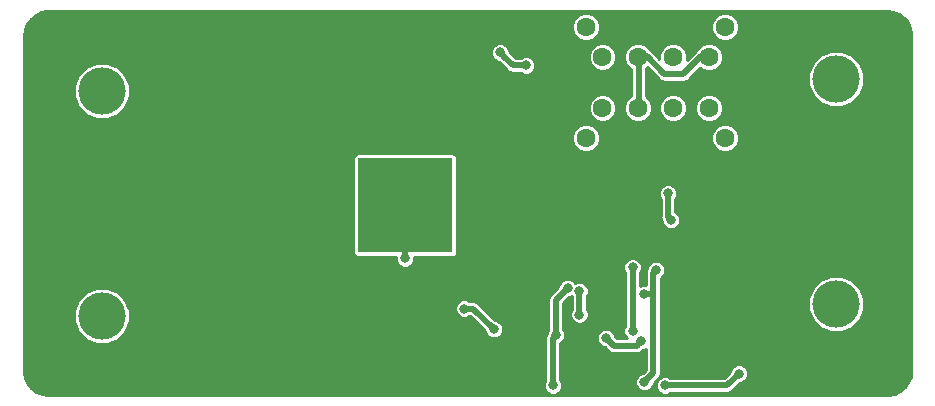
<source format=gbl>
G04 #@! TF.GenerationSoftware,KiCad,Pcbnew,(5.0.0)*
G04 #@! TF.CreationDate,2019-03-27T19:33:42+01:00*
G04 #@! TF.ProjectId,currentscaler,63757272656E747363616C65722E6B69,rev?*
G04 #@! TF.SameCoordinates,Original*
G04 #@! TF.FileFunction,Copper,L2,Bot,Signal*
G04 #@! TF.FilePolarity,Positive*
%FSLAX46Y46*%
G04 Gerber Fmt 4.6, Leading zero omitted, Abs format (unit mm)*
G04 Created by KiCad (PCBNEW (5.0.0)) date 03/27/19 19:33:42*
%MOMM*%
%LPD*%
G01*
G04 APERTURE LIST*
G04 #@! TA.AperFunction,SMDPad,CuDef*
%ADD10R,6.000000X5.500000*%
G04 #@! TD*
G04 #@! TA.AperFunction,SMDPad,CuDef*
%ADD11R,8.000000X8.000000*%
G04 #@! TD*
G04 #@! TA.AperFunction,ComponentPad*
%ADD12C,1.600000*%
G04 #@! TD*
G04 #@! TA.AperFunction,WasherPad*
%ADD13C,1.600000*%
G04 #@! TD*
G04 #@! TA.AperFunction,ComponentPad*
%ADD14C,4.000000*%
G04 #@! TD*
G04 #@! TA.AperFunction,ViaPad*
%ADD15C,0.800000*%
G04 #@! TD*
G04 #@! TA.AperFunction,Conductor*
%ADD16C,0.500000*%
G04 #@! TD*
G04 #@! TA.AperFunction,Conductor*
%ADD17C,0.254000*%
G04 #@! TD*
G04 APERTURE END LIST*
D10*
G04 #@! TO.P,BT1,1*
G04 #@! TO.N,+9V*
X145800000Y-109500000D03*
X115200000Y-109500000D03*
D11*
G04 #@! TO.P,BT1,2*
G04 #@! TO.N,GND*
X130500000Y-109500000D03*
G04 #@! TD*
D12*
G04 #@! TO.P,DP3T1,1*
G04 #@! TO.N,Net-(DP3T1-Pad1)*
X156200000Y-101250000D03*
G04 #@! TO.P,DP3T1,2*
G04 #@! TO.N,Net-(DP3T1-Pad2)*
X153200000Y-101250000D03*
G04 #@! TO.P,DP3T1,3*
G04 #@! TO.N,Net-(DP3T1-Pad3)*
X150200000Y-101250000D03*
G04 #@! TO.P,DP3T1,4*
G04 #@! TO.N,Net-(DP3T1-Pad4)*
X147200000Y-101250000D03*
G04 #@! TO.P,DP3T1,5*
G04 #@! TO.N,Net-(DP3T1-Pad3)*
X156200000Y-96950000D03*
G04 #@! TO.P,DP3T1,3*
X150200000Y-96950000D03*
G04 #@! TO.P,DP3T1,4*
G04 #@! TO.N,Net-(DP3T1-Pad4)*
X147200000Y-96950000D03*
X153200000Y-96950000D03*
D13*
G04 #@! TO.P,DP3T1,*
G04 #@! TO.N,*
X145800000Y-94400000D03*
X157600000Y-94400000D03*
X157600000Y-103800000D03*
X145800000Y-103800000D03*
G04 #@! TD*
D14*
G04 #@! TO.P,TP3,1*
G04 #@! TO.N,Net-(C6-Pad1)*
X167000000Y-98810000D03*
G04 #@! TD*
G04 #@! TO.P,TP4,1*
G04 #@! TO.N,GNDREF*
X167000000Y-117860000D03*
G04 #@! TD*
G04 #@! TO.P,TP1,1*
G04 #@! TO.N,Net-(DP3T1-Pad3)*
X104800000Y-99810000D03*
G04 #@! TD*
G04 #@! TO.P,TP2,1*
G04 #@! TO.N,GNDREF*
X104800000Y-118860000D03*
G04 #@! TD*
D15*
G04 #@! TO.N,GND*
X135500000Y-118250000D03*
X138000000Y-120000000D03*
X130500000Y-114000000D03*
G04 #@! TO.N,Net-(R10-Pad2)*
X149750000Y-114750000D03*
X149750000Y-120162490D03*
G04 #@! TO.N,+9V*
X145250000Y-115500000D03*
X148351505Y-120162490D03*
X142000000Y-111750008D03*
G04 #@! TO.N,Net-(DP3T1-Pad2)*
X140750000Y-97650010D03*
X138500000Y-96550010D03*
G04 #@! TO.N,GNDREF*
X158750000Y-123750000D03*
X152500000Y-124750000D03*
G04 #@! TO.N,Net-(C4-Pad2)*
X152750000Y-108500000D03*
X153000000Y-110750000D03*
G04 #@! TO.N,Net-(R8-Pad1)*
X145250000Y-116750000D03*
X145250000Y-118750000D03*
G04 #@! TO.N,Net-(C2-Pad1)*
X151750000Y-115000000D03*
X150750000Y-117000000D03*
X150750000Y-124449990D03*
G04 #@! TO.N,Net-(C2-Pad2)*
X150500000Y-121000000D03*
X147500000Y-120750000D03*
G04 #@! TO.N,Net-(R6-Pad2)*
X143000000Y-124750000D03*
X143250000Y-120500000D03*
X144250000Y-116500000D03*
G04 #@! TD*
D16*
G04 #@! TO.N,GND*
X135500000Y-118250000D02*
X136250000Y-118250000D01*
X136250000Y-118250000D02*
X138000000Y-120000000D01*
X130500000Y-109500000D02*
X130500000Y-114000000D01*
G04 #@! TO.N,Net-(R10-Pad2)*
X149750000Y-114750000D02*
X149750000Y-120162490D01*
G04 #@! TO.N,+9V*
X148351505Y-118601505D02*
X148351505Y-119596805D01*
X148351505Y-119596805D02*
X148351505Y-120162490D01*
X145250000Y-115500000D02*
X148351505Y-118601505D01*
G04 #@! TO.N,Net-(DP3T1-Pad2)*
X140750000Y-97650010D02*
X139600000Y-97650010D01*
X138899999Y-96950009D02*
X138500000Y-96550010D01*
X139600000Y-97650010D02*
X138899999Y-96950009D01*
G04 #@! TO.N,Net-(DP3T1-Pad3)*
X150250000Y-96950000D02*
X150250000Y-100500000D01*
X155550000Y-96900000D02*
X154050000Y-98400000D01*
X156200000Y-96900000D02*
X155550000Y-96900000D01*
X154050000Y-98400000D02*
X152450000Y-98400000D01*
X152450000Y-98400000D02*
X150950000Y-96900000D01*
X150950000Y-96900000D02*
X150200000Y-96900000D01*
X150200000Y-96900000D02*
X150250000Y-96950000D01*
G04 #@! TO.N,GNDREF*
X158750000Y-123750000D02*
X157750000Y-124750000D01*
X157750000Y-124750000D02*
X152500000Y-124750000D01*
G04 #@! TO.N,Net-(C4-Pad2)*
X152750000Y-108500000D02*
X152750000Y-110500000D01*
X152750000Y-110500000D02*
X153000000Y-110750000D01*
G04 #@! TO.N,Net-(R8-Pad1)*
X145250000Y-116750000D02*
X145250000Y-118750000D01*
G04 #@! TO.N,Net-(C2-Pad1)*
X151500000Y-115250000D02*
X151750000Y-115000000D01*
X150750000Y-117000000D02*
X151500000Y-117000000D01*
X151500000Y-117000000D02*
X151500000Y-115250000D01*
X151149999Y-124049991D02*
X150750000Y-124449990D01*
X151500000Y-123699990D02*
X151149999Y-124049991D01*
X151500000Y-117000000D02*
X151500000Y-123699990D01*
G04 #@! TO.N,Net-(C2-Pad2)*
X148149999Y-121399999D02*
X147899999Y-121149999D01*
X147899999Y-121149999D02*
X147500000Y-120750000D01*
X150500000Y-121000000D02*
X150100001Y-121399999D01*
X150100001Y-121399999D02*
X148149999Y-121399999D01*
G04 #@! TO.N,Net-(R6-Pad2)*
X143000000Y-124750000D02*
X143000000Y-120750000D01*
X143000000Y-120750000D02*
X143250000Y-120500000D01*
X143250000Y-120500000D02*
X143250000Y-117500000D01*
X143250000Y-117500000D02*
X144250000Y-116500000D01*
G04 #@! TD*
D17*
G04 #@! TO.N,+9V*
G36*
X171808221Y-93120601D02*
X172284512Y-93309178D01*
X172698941Y-93610278D01*
X173025470Y-94004984D01*
X173243579Y-94468491D01*
X173343609Y-94992866D01*
X173347200Y-95107126D01*
X173347201Y-123471502D01*
X173279397Y-124008224D01*
X173090821Y-124484513D01*
X172789721Y-124898942D01*
X172395017Y-125225469D01*
X171931509Y-125443579D01*
X171407134Y-125543609D01*
X171292874Y-125547200D01*
X100278491Y-125547200D01*
X99741776Y-125479397D01*
X99265487Y-125290821D01*
X98851058Y-124989721D01*
X98524754Y-124595286D01*
X142222200Y-124595286D01*
X142222200Y-124904714D01*
X142340613Y-125190588D01*
X142559412Y-125409387D01*
X142845286Y-125527800D01*
X143154714Y-125527800D01*
X143440588Y-125409387D01*
X143659387Y-125190588D01*
X143777800Y-124904714D01*
X143777800Y-124595286D01*
X143659387Y-124309412D01*
X143627800Y-124277825D01*
X143627800Y-121185395D01*
X143690588Y-121159387D01*
X143909387Y-120940588D01*
X144027800Y-120654714D01*
X144027800Y-120595286D01*
X146722200Y-120595286D01*
X146722200Y-120904714D01*
X146840613Y-121190588D01*
X147059412Y-121409387D01*
X147345286Y-121527800D01*
X147389958Y-121527800D01*
X147662355Y-121800197D01*
X147697381Y-121852617D01*
X147905044Y-121991373D01*
X148088168Y-122027799D01*
X148088172Y-122027799D01*
X148149998Y-122040097D01*
X148211824Y-122027799D01*
X150038175Y-122027799D01*
X150100001Y-122040097D01*
X150161827Y-122027799D01*
X150161832Y-122027799D01*
X150344956Y-121991373D01*
X150552619Y-121852617D01*
X150587645Y-121800197D01*
X150610042Y-121777800D01*
X150654714Y-121777800D01*
X150872201Y-121687714D01*
X150872201Y-123439947D01*
X150639958Y-123672190D01*
X150595286Y-123672190D01*
X150309412Y-123790603D01*
X150090613Y-124009402D01*
X149972200Y-124295276D01*
X149972200Y-124604704D01*
X150090613Y-124890578D01*
X150309412Y-125109377D01*
X150595286Y-125227790D01*
X150904714Y-125227790D01*
X151190588Y-125109377D01*
X151409387Y-124890578D01*
X151527800Y-124604704D01*
X151527800Y-124595286D01*
X151722200Y-124595286D01*
X151722200Y-124904714D01*
X151840613Y-125190588D01*
X152059412Y-125409387D01*
X152345286Y-125527800D01*
X152654714Y-125527800D01*
X152940588Y-125409387D01*
X152972175Y-125377800D01*
X157688174Y-125377800D01*
X157750000Y-125390098D01*
X157811826Y-125377800D01*
X157811831Y-125377800D01*
X157994955Y-125341374D01*
X158202618Y-125202618D01*
X158237643Y-125150199D01*
X158860043Y-124527800D01*
X158904714Y-124527800D01*
X159190588Y-124409387D01*
X159409387Y-124190588D01*
X159527800Y-123904714D01*
X159527800Y-123595286D01*
X159409387Y-123309412D01*
X159190588Y-123090613D01*
X158904714Y-122972200D01*
X158595286Y-122972200D01*
X158309412Y-123090613D01*
X158090613Y-123309412D01*
X157972200Y-123595286D01*
X157972200Y-123639957D01*
X157489958Y-124122200D01*
X152972175Y-124122200D01*
X152940588Y-124090613D01*
X152654714Y-123972200D01*
X152345286Y-123972200D01*
X152059412Y-124090613D01*
X151840613Y-124309412D01*
X151722200Y-124595286D01*
X151527800Y-124595286D01*
X151527800Y-124560032D01*
X151900198Y-124187634D01*
X151952618Y-124152608D01*
X152091374Y-123944945D01*
X152127800Y-123761821D01*
X152127800Y-123761817D01*
X152140098Y-123699991D01*
X152127800Y-123638165D01*
X152127800Y-117387026D01*
X164622200Y-117387026D01*
X164622200Y-118332974D01*
X164984198Y-119206916D01*
X165653084Y-119875802D01*
X166527026Y-120237800D01*
X167472974Y-120237800D01*
X168346916Y-119875802D01*
X169015802Y-119206916D01*
X169377800Y-118332974D01*
X169377800Y-117387026D01*
X169015802Y-116513084D01*
X168346916Y-115844198D01*
X167472974Y-115482200D01*
X166527026Y-115482200D01*
X165653084Y-115844198D01*
X164984198Y-116513084D01*
X164622200Y-117387026D01*
X152127800Y-117387026D01*
X152127800Y-117061830D01*
X152140099Y-117000000D01*
X152127800Y-116938169D01*
X152127800Y-115685395D01*
X152190588Y-115659387D01*
X152409387Y-115440588D01*
X152527800Y-115154714D01*
X152527800Y-114845286D01*
X152409387Y-114559412D01*
X152190588Y-114340613D01*
X151904714Y-114222200D01*
X151595286Y-114222200D01*
X151309412Y-114340613D01*
X151090613Y-114559412D01*
X150972200Y-114845286D01*
X150972200Y-114909901D01*
X150908627Y-115005045D01*
X150859902Y-115250000D01*
X150872201Y-115311830D01*
X150872200Y-116222200D01*
X150595286Y-116222200D01*
X150377800Y-116312286D01*
X150377800Y-115222175D01*
X150409387Y-115190588D01*
X150527800Y-114904714D01*
X150527800Y-114595286D01*
X150409387Y-114309412D01*
X150190588Y-114090613D01*
X149904714Y-113972200D01*
X149595286Y-113972200D01*
X149309412Y-114090613D01*
X149090613Y-114309412D01*
X148972200Y-114595286D01*
X148972200Y-114904714D01*
X149090613Y-115190588D01*
X149122200Y-115222175D01*
X149122201Y-119690314D01*
X149090613Y-119721902D01*
X148972200Y-120007776D01*
X148972200Y-120317204D01*
X149090613Y-120603078D01*
X149259734Y-120772199D01*
X148410041Y-120772199D01*
X148277800Y-120639958D01*
X148277800Y-120595286D01*
X148159387Y-120309412D01*
X147940588Y-120090613D01*
X147654714Y-119972200D01*
X147345286Y-119972200D01*
X147059412Y-120090613D01*
X146840613Y-120309412D01*
X146722200Y-120595286D01*
X144027800Y-120595286D01*
X144027800Y-120345286D01*
X143909387Y-120059412D01*
X143877800Y-120027825D01*
X143877800Y-117760042D01*
X144360043Y-117277800D01*
X144404714Y-117277800D01*
X144597833Y-117197808D01*
X144622200Y-117222175D01*
X144622201Y-118277824D01*
X144590613Y-118309412D01*
X144472200Y-118595286D01*
X144472200Y-118904714D01*
X144590613Y-119190588D01*
X144809412Y-119409387D01*
X145095286Y-119527800D01*
X145404714Y-119527800D01*
X145690588Y-119409387D01*
X145909387Y-119190588D01*
X146027800Y-118904714D01*
X146027800Y-118595286D01*
X145909387Y-118309412D01*
X145877800Y-118277825D01*
X145877800Y-117222175D01*
X145909387Y-117190588D01*
X146027800Y-116904714D01*
X146027800Y-116595286D01*
X145909387Y-116309412D01*
X145690588Y-116090613D01*
X145404714Y-115972200D01*
X145095286Y-115972200D01*
X144902167Y-116052192D01*
X144690588Y-115840613D01*
X144404714Y-115722200D01*
X144095286Y-115722200D01*
X143809412Y-115840613D01*
X143590613Y-116059412D01*
X143472200Y-116345286D01*
X143472200Y-116389957D01*
X142849799Y-117012359D01*
X142797383Y-117047382D01*
X142762359Y-117099799D01*
X142762358Y-117099800D01*
X142658627Y-117255045D01*
X142609902Y-117500000D01*
X142622201Y-117561831D01*
X142622200Y-120027825D01*
X142590613Y-120059412D01*
X142472200Y-120345286D01*
X142472200Y-120409901D01*
X142408627Y-120505045D01*
X142359902Y-120750000D01*
X142372201Y-120811831D01*
X142372200Y-124277825D01*
X142340613Y-124309412D01*
X142222200Y-124595286D01*
X98524754Y-124595286D01*
X98524531Y-124595017D01*
X98306421Y-124131509D01*
X98206391Y-123607134D01*
X98202812Y-123493250D01*
X98211801Y-118387026D01*
X102422200Y-118387026D01*
X102422200Y-119332974D01*
X102784198Y-120206916D01*
X103453084Y-120875802D01*
X104327026Y-121237800D01*
X105272974Y-121237800D01*
X106146916Y-120875802D01*
X106815802Y-120206916D01*
X107177800Y-119332974D01*
X107177800Y-118387026D01*
X107056958Y-118095286D01*
X134722200Y-118095286D01*
X134722200Y-118404714D01*
X134840613Y-118690588D01*
X135059412Y-118909387D01*
X135345286Y-119027800D01*
X135654714Y-119027800D01*
X135940588Y-118909387D01*
X135972175Y-118877800D01*
X135989958Y-118877800D01*
X137222200Y-120110043D01*
X137222200Y-120154714D01*
X137340613Y-120440588D01*
X137559412Y-120659387D01*
X137845286Y-120777800D01*
X138154714Y-120777800D01*
X138440588Y-120659387D01*
X138659387Y-120440588D01*
X138777800Y-120154714D01*
X138777800Y-119845286D01*
X138659387Y-119559412D01*
X138440588Y-119340613D01*
X138154714Y-119222200D01*
X138110043Y-119222200D01*
X136737644Y-117849802D01*
X136702618Y-117797382D01*
X136494955Y-117658626D01*
X136311831Y-117622200D01*
X136311826Y-117622200D01*
X136250000Y-117609902D01*
X136188174Y-117622200D01*
X135972175Y-117622200D01*
X135940588Y-117590613D01*
X135654714Y-117472200D01*
X135345286Y-117472200D01*
X135059412Y-117590613D01*
X134840613Y-117809412D01*
X134722200Y-118095286D01*
X107056958Y-118095286D01*
X106815802Y-117513084D01*
X106146916Y-116844198D01*
X105272974Y-116482200D01*
X104327026Y-116482200D01*
X103453084Y-116844198D01*
X102784198Y-117513084D01*
X102422200Y-118387026D01*
X98211801Y-118387026D01*
X98234489Y-105500000D01*
X126114799Y-105500000D01*
X126114799Y-113500000D01*
X126144121Y-113647410D01*
X126227622Y-113772378D01*
X126352590Y-113855879D01*
X126500000Y-113885201D01*
X129722200Y-113885201D01*
X129722200Y-114154714D01*
X129840613Y-114440588D01*
X130059412Y-114659387D01*
X130345286Y-114777800D01*
X130654714Y-114777800D01*
X130940588Y-114659387D01*
X131159387Y-114440588D01*
X131277800Y-114154714D01*
X131277800Y-113885201D01*
X134500000Y-113885201D01*
X134647410Y-113855879D01*
X134772378Y-113772378D01*
X134855879Y-113647410D01*
X134885201Y-113500000D01*
X134885201Y-108345286D01*
X151972200Y-108345286D01*
X151972200Y-108654714D01*
X152090613Y-108940588D01*
X152122200Y-108972175D01*
X152122201Y-110438170D01*
X152109902Y-110500000D01*
X152122201Y-110561831D01*
X152158627Y-110744955D01*
X152222200Y-110840099D01*
X152222200Y-110904714D01*
X152340613Y-111190588D01*
X152559412Y-111409387D01*
X152845286Y-111527800D01*
X153154714Y-111527800D01*
X153440588Y-111409387D01*
X153659387Y-111190588D01*
X153777800Y-110904714D01*
X153777800Y-110595286D01*
X153659387Y-110309412D01*
X153440588Y-110090613D01*
X153377800Y-110064605D01*
X153377800Y-108972175D01*
X153409387Y-108940588D01*
X153527800Y-108654714D01*
X153527800Y-108345286D01*
X153409387Y-108059412D01*
X153190588Y-107840613D01*
X152904714Y-107722200D01*
X152595286Y-107722200D01*
X152309412Y-107840613D01*
X152090613Y-108059412D01*
X151972200Y-108345286D01*
X134885201Y-108345286D01*
X134885201Y-105500000D01*
X134855879Y-105352590D01*
X134772378Y-105227622D01*
X134647410Y-105144121D01*
X134500000Y-105114799D01*
X126500000Y-105114799D01*
X126352590Y-105144121D01*
X126227622Y-105227622D01*
X126144121Y-105352590D01*
X126114799Y-105500000D01*
X98234489Y-105500000D01*
X98237894Y-103565721D01*
X144622200Y-103565721D01*
X144622200Y-104034279D01*
X144801510Y-104467170D01*
X145132830Y-104798490D01*
X145565721Y-104977800D01*
X146034279Y-104977800D01*
X146467170Y-104798490D01*
X146798490Y-104467170D01*
X146977800Y-104034279D01*
X146977800Y-103565721D01*
X156422200Y-103565721D01*
X156422200Y-104034279D01*
X156601510Y-104467170D01*
X156932830Y-104798490D01*
X157365721Y-104977800D01*
X157834279Y-104977800D01*
X158267170Y-104798490D01*
X158598490Y-104467170D01*
X158777800Y-104034279D01*
X158777800Y-103565721D01*
X158598490Y-103132830D01*
X158267170Y-102801510D01*
X157834279Y-102622200D01*
X157365721Y-102622200D01*
X156932830Y-102801510D01*
X156601510Y-103132830D01*
X156422200Y-103565721D01*
X146977800Y-103565721D01*
X146798490Y-103132830D01*
X146467170Y-102801510D01*
X146034279Y-102622200D01*
X145565721Y-102622200D01*
X145132830Y-102801510D01*
X144801510Y-103132830D01*
X144622200Y-103565721D01*
X98237894Y-103565721D01*
X98245340Y-99337026D01*
X102422200Y-99337026D01*
X102422200Y-100282974D01*
X102784198Y-101156916D01*
X103453084Y-101825802D01*
X104327026Y-102187800D01*
X105272974Y-102187800D01*
X106146916Y-101825802D01*
X106815802Y-101156916D01*
X106874286Y-101015721D01*
X146022200Y-101015721D01*
X146022200Y-101484279D01*
X146201510Y-101917170D01*
X146532830Y-102248490D01*
X146965721Y-102427800D01*
X147434279Y-102427800D01*
X147867170Y-102248490D01*
X148198490Y-101917170D01*
X148377800Y-101484279D01*
X148377800Y-101015721D01*
X148198490Y-100582830D01*
X147867170Y-100251510D01*
X147434279Y-100072200D01*
X146965721Y-100072200D01*
X146532830Y-100251510D01*
X146201510Y-100582830D01*
X146022200Y-101015721D01*
X106874286Y-101015721D01*
X107177800Y-100282974D01*
X107177800Y-99337026D01*
X106815802Y-98463084D01*
X106146916Y-97794198D01*
X105272974Y-97432200D01*
X104327026Y-97432200D01*
X103453084Y-97794198D01*
X102784198Y-98463084D01*
X102422200Y-99337026D01*
X98245340Y-99337026D01*
X98250519Y-96395296D01*
X137722200Y-96395296D01*
X137722200Y-96704724D01*
X137840613Y-96990598D01*
X138059412Y-97209397D01*
X138345286Y-97327810D01*
X138389958Y-97327810D01*
X138412357Y-97350209D01*
X139112358Y-98050211D01*
X139147382Y-98102628D01*
X139355045Y-98241384D01*
X139538169Y-98277810D01*
X139538174Y-98277810D01*
X139600000Y-98290108D01*
X139661826Y-98277810D01*
X140277825Y-98277810D01*
X140309412Y-98309397D01*
X140595286Y-98427810D01*
X140904714Y-98427810D01*
X141190588Y-98309397D01*
X141409387Y-98090598D01*
X141527800Y-97804724D01*
X141527800Y-97495296D01*
X141409387Y-97209422D01*
X141190588Y-96990623D01*
X140904714Y-96872210D01*
X140595286Y-96872210D01*
X140309412Y-96990623D01*
X140277825Y-97022210D01*
X139860043Y-97022210D01*
X139553554Y-96715721D01*
X146022200Y-96715721D01*
X146022200Y-97184279D01*
X146201510Y-97617170D01*
X146532830Y-97948490D01*
X146965721Y-98127800D01*
X147434279Y-98127800D01*
X147867170Y-97948490D01*
X148198490Y-97617170D01*
X148377800Y-97184279D01*
X148377800Y-96715721D01*
X149022200Y-96715721D01*
X149022200Y-97184279D01*
X149201510Y-97617170D01*
X149532830Y-97948490D01*
X149622200Y-97985509D01*
X149622201Y-100214491D01*
X149532830Y-100251510D01*
X149201510Y-100582830D01*
X149022200Y-101015721D01*
X149022200Y-101484279D01*
X149201510Y-101917170D01*
X149532830Y-102248490D01*
X149965721Y-102427800D01*
X150434279Y-102427800D01*
X150867170Y-102248490D01*
X151198490Y-101917170D01*
X151377800Y-101484279D01*
X151377800Y-101015721D01*
X152022200Y-101015721D01*
X152022200Y-101484279D01*
X152201510Y-101917170D01*
X152532830Y-102248490D01*
X152965721Y-102427800D01*
X153434279Y-102427800D01*
X153867170Y-102248490D01*
X154198490Y-101917170D01*
X154377800Y-101484279D01*
X154377800Y-101015721D01*
X155022200Y-101015721D01*
X155022200Y-101484279D01*
X155201510Y-101917170D01*
X155532830Y-102248490D01*
X155965721Y-102427800D01*
X156434279Y-102427800D01*
X156867170Y-102248490D01*
X157198490Y-101917170D01*
X157377800Y-101484279D01*
X157377800Y-101015721D01*
X157198490Y-100582830D01*
X156867170Y-100251510D01*
X156434279Y-100072200D01*
X155965721Y-100072200D01*
X155532830Y-100251510D01*
X155201510Y-100582830D01*
X155022200Y-101015721D01*
X154377800Y-101015721D01*
X154198490Y-100582830D01*
X153867170Y-100251510D01*
X153434279Y-100072200D01*
X152965721Y-100072200D01*
X152532830Y-100251510D01*
X152201510Y-100582830D01*
X152022200Y-101015721D01*
X151377800Y-101015721D01*
X151198490Y-100582830D01*
X150877800Y-100262140D01*
X150877800Y-97937860D01*
X150988909Y-97826751D01*
X151962358Y-98800201D01*
X151997382Y-98852618D01*
X152205045Y-98991374D01*
X152388169Y-99027800D01*
X152388173Y-99027800D01*
X152449999Y-99040098D01*
X152511825Y-99027800D01*
X153988174Y-99027800D01*
X154050000Y-99040098D01*
X154111826Y-99027800D01*
X154111831Y-99027800D01*
X154294955Y-98991374D01*
X154502618Y-98852618D01*
X154537644Y-98800198D01*
X155000816Y-98337026D01*
X164622200Y-98337026D01*
X164622200Y-99282974D01*
X164984198Y-100156916D01*
X165653084Y-100825802D01*
X166527026Y-101187800D01*
X167472974Y-101187800D01*
X168346916Y-100825802D01*
X169015802Y-100156916D01*
X169377800Y-99282974D01*
X169377800Y-98337026D01*
X169015802Y-97463084D01*
X168346916Y-96794198D01*
X167472974Y-96432200D01*
X166527026Y-96432200D01*
X165653084Y-96794198D01*
X164984198Y-97463084D01*
X164622200Y-98337026D01*
X155000816Y-98337026D01*
X155461091Y-97876751D01*
X155532830Y-97948490D01*
X155965721Y-98127800D01*
X156434279Y-98127800D01*
X156867170Y-97948490D01*
X157198490Y-97617170D01*
X157377800Y-97184279D01*
X157377800Y-96715721D01*
X157198490Y-96282830D01*
X156867170Y-95951510D01*
X156434279Y-95772200D01*
X155965721Y-95772200D01*
X155532830Y-95951510D01*
X155201510Y-96282830D01*
X155147115Y-96414152D01*
X155097382Y-96447382D01*
X155062358Y-96499799D01*
X154377745Y-97184413D01*
X154377800Y-97184279D01*
X154377800Y-96715721D01*
X154198490Y-96282830D01*
X153867170Y-95951510D01*
X153434279Y-95772200D01*
X152965721Y-95772200D01*
X152532830Y-95951510D01*
X152201510Y-96282830D01*
X152022200Y-96715721D01*
X152022200Y-97084358D01*
X151437644Y-96499802D01*
X151402618Y-96447382D01*
X151214617Y-96321764D01*
X151198490Y-96282830D01*
X150867170Y-95951510D01*
X150434279Y-95772200D01*
X149965721Y-95772200D01*
X149532830Y-95951510D01*
X149201510Y-96282830D01*
X149022200Y-96715721D01*
X148377800Y-96715721D01*
X148198490Y-96282830D01*
X147867170Y-95951510D01*
X147434279Y-95772200D01*
X146965721Y-95772200D01*
X146532830Y-95951510D01*
X146201510Y-96282830D01*
X146022200Y-96715721D01*
X139553554Y-96715721D01*
X139300199Y-96462367D01*
X139277800Y-96439968D01*
X139277800Y-96395296D01*
X139159387Y-96109422D01*
X138940588Y-95890623D01*
X138654714Y-95772210D01*
X138345286Y-95772210D01*
X138059412Y-95890623D01*
X137840613Y-96109422D01*
X137722200Y-96395296D01*
X98250519Y-96395296D01*
X98252749Y-95128895D01*
X98320601Y-94591779D01*
X98489289Y-94165721D01*
X144622200Y-94165721D01*
X144622200Y-94634279D01*
X144801510Y-95067170D01*
X145132830Y-95398490D01*
X145565721Y-95577800D01*
X146034279Y-95577800D01*
X146467170Y-95398490D01*
X146798490Y-95067170D01*
X146977800Y-94634279D01*
X146977800Y-94165721D01*
X156422200Y-94165721D01*
X156422200Y-94634279D01*
X156601510Y-95067170D01*
X156932830Y-95398490D01*
X157365721Y-95577800D01*
X157834279Y-95577800D01*
X158267170Y-95398490D01*
X158598490Y-95067170D01*
X158777800Y-94634279D01*
X158777800Y-94165721D01*
X158598490Y-93732830D01*
X158267170Y-93401510D01*
X157834279Y-93222200D01*
X157365721Y-93222200D01*
X156932830Y-93401510D01*
X156601510Y-93732830D01*
X156422200Y-94165721D01*
X146977800Y-94165721D01*
X146798490Y-93732830D01*
X146467170Y-93401510D01*
X146034279Y-93222200D01*
X145565721Y-93222200D01*
X145132830Y-93401510D01*
X144801510Y-93732830D01*
X144622200Y-94165721D01*
X98489289Y-94165721D01*
X98509178Y-94115488D01*
X98810278Y-93701059D01*
X99204984Y-93374530D01*
X99668491Y-93156421D01*
X100192866Y-93056391D01*
X100307126Y-93052800D01*
X171271509Y-93052800D01*
X171808221Y-93120601D01*
X171808221Y-93120601D01*
G37*
X171808221Y-93120601D02*
X172284512Y-93309178D01*
X172698941Y-93610278D01*
X173025470Y-94004984D01*
X173243579Y-94468491D01*
X173343609Y-94992866D01*
X173347200Y-95107126D01*
X173347201Y-123471502D01*
X173279397Y-124008224D01*
X173090821Y-124484513D01*
X172789721Y-124898942D01*
X172395017Y-125225469D01*
X171931509Y-125443579D01*
X171407134Y-125543609D01*
X171292874Y-125547200D01*
X100278491Y-125547200D01*
X99741776Y-125479397D01*
X99265487Y-125290821D01*
X98851058Y-124989721D01*
X98524754Y-124595286D01*
X142222200Y-124595286D01*
X142222200Y-124904714D01*
X142340613Y-125190588D01*
X142559412Y-125409387D01*
X142845286Y-125527800D01*
X143154714Y-125527800D01*
X143440588Y-125409387D01*
X143659387Y-125190588D01*
X143777800Y-124904714D01*
X143777800Y-124595286D01*
X143659387Y-124309412D01*
X143627800Y-124277825D01*
X143627800Y-121185395D01*
X143690588Y-121159387D01*
X143909387Y-120940588D01*
X144027800Y-120654714D01*
X144027800Y-120595286D01*
X146722200Y-120595286D01*
X146722200Y-120904714D01*
X146840613Y-121190588D01*
X147059412Y-121409387D01*
X147345286Y-121527800D01*
X147389958Y-121527800D01*
X147662355Y-121800197D01*
X147697381Y-121852617D01*
X147905044Y-121991373D01*
X148088168Y-122027799D01*
X148088172Y-122027799D01*
X148149998Y-122040097D01*
X148211824Y-122027799D01*
X150038175Y-122027799D01*
X150100001Y-122040097D01*
X150161827Y-122027799D01*
X150161832Y-122027799D01*
X150344956Y-121991373D01*
X150552619Y-121852617D01*
X150587645Y-121800197D01*
X150610042Y-121777800D01*
X150654714Y-121777800D01*
X150872201Y-121687714D01*
X150872201Y-123439947D01*
X150639958Y-123672190D01*
X150595286Y-123672190D01*
X150309412Y-123790603D01*
X150090613Y-124009402D01*
X149972200Y-124295276D01*
X149972200Y-124604704D01*
X150090613Y-124890578D01*
X150309412Y-125109377D01*
X150595286Y-125227790D01*
X150904714Y-125227790D01*
X151190588Y-125109377D01*
X151409387Y-124890578D01*
X151527800Y-124604704D01*
X151527800Y-124595286D01*
X151722200Y-124595286D01*
X151722200Y-124904714D01*
X151840613Y-125190588D01*
X152059412Y-125409387D01*
X152345286Y-125527800D01*
X152654714Y-125527800D01*
X152940588Y-125409387D01*
X152972175Y-125377800D01*
X157688174Y-125377800D01*
X157750000Y-125390098D01*
X157811826Y-125377800D01*
X157811831Y-125377800D01*
X157994955Y-125341374D01*
X158202618Y-125202618D01*
X158237643Y-125150199D01*
X158860043Y-124527800D01*
X158904714Y-124527800D01*
X159190588Y-124409387D01*
X159409387Y-124190588D01*
X159527800Y-123904714D01*
X159527800Y-123595286D01*
X159409387Y-123309412D01*
X159190588Y-123090613D01*
X158904714Y-122972200D01*
X158595286Y-122972200D01*
X158309412Y-123090613D01*
X158090613Y-123309412D01*
X157972200Y-123595286D01*
X157972200Y-123639957D01*
X157489958Y-124122200D01*
X152972175Y-124122200D01*
X152940588Y-124090613D01*
X152654714Y-123972200D01*
X152345286Y-123972200D01*
X152059412Y-124090613D01*
X151840613Y-124309412D01*
X151722200Y-124595286D01*
X151527800Y-124595286D01*
X151527800Y-124560032D01*
X151900198Y-124187634D01*
X151952618Y-124152608D01*
X152091374Y-123944945D01*
X152127800Y-123761821D01*
X152127800Y-123761817D01*
X152140098Y-123699991D01*
X152127800Y-123638165D01*
X152127800Y-117387026D01*
X164622200Y-117387026D01*
X164622200Y-118332974D01*
X164984198Y-119206916D01*
X165653084Y-119875802D01*
X166527026Y-120237800D01*
X167472974Y-120237800D01*
X168346916Y-119875802D01*
X169015802Y-119206916D01*
X169377800Y-118332974D01*
X169377800Y-117387026D01*
X169015802Y-116513084D01*
X168346916Y-115844198D01*
X167472974Y-115482200D01*
X166527026Y-115482200D01*
X165653084Y-115844198D01*
X164984198Y-116513084D01*
X164622200Y-117387026D01*
X152127800Y-117387026D01*
X152127800Y-117061830D01*
X152140099Y-117000000D01*
X152127800Y-116938169D01*
X152127800Y-115685395D01*
X152190588Y-115659387D01*
X152409387Y-115440588D01*
X152527800Y-115154714D01*
X152527800Y-114845286D01*
X152409387Y-114559412D01*
X152190588Y-114340613D01*
X151904714Y-114222200D01*
X151595286Y-114222200D01*
X151309412Y-114340613D01*
X151090613Y-114559412D01*
X150972200Y-114845286D01*
X150972200Y-114909901D01*
X150908627Y-115005045D01*
X150859902Y-115250000D01*
X150872201Y-115311830D01*
X150872200Y-116222200D01*
X150595286Y-116222200D01*
X150377800Y-116312286D01*
X150377800Y-115222175D01*
X150409387Y-115190588D01*
X150527800Y-114904714D01*
X150527800Y-114595286D01*
X150409387Y-114309412D01*
X150190588Y-114090613D01*
X149904714Y-113972200D01*
X149595286Y-113972200D01*
X149309412Y-114090613D01*
X149090613Y-114309412D01*
X148972200Y-114595286D01*
X148972200Y-114904714D01*
X149090613Y-115190588D01*
X149122200Y-115222175D01*
X149122201Y-119690314D01*
X149090613Y-119721902D01*
X148972200Y-120007776D01*
X148972200Y-120317204D01*
X149090613Y-120603078D01*
X149259734Y-120772199D01*
X148410041Y-120772199D01*
X148277800Y-120639958D01*
X148277800Y-120595286D01*
X148159387Y-120309412D01*
X147940588Y-120090613D01*
X147654714Y-119972200D01*
X147345286Y-119972200D01*
X147059412Y-120090613D01*
X146840613Y-120309412D01*
X146722200Y-120595286D01*
X144027800Y-120595286D01*
X144027800Y-120345286D01*
X143909387Y-120059412D01*
X143877800Y-120027825D01*
X143877800Y-117760042D01*
X144360043Y-117277800D01*
X144404714Y-117277800D01*
X144597833Y-117197808D01*
X144622200Y-117222175D01*
X144622201Y-118277824D01*
X144590613Y-118309412D01*
X144472200Y-118595286D01*
X144472200Y-118904714D01*
X144590613Y-119190588D01*
X144809412Y-119409387D01*
X145095286Y-119527800D01*
X145404714Y-119527800D01*
X145690588Y-119409387D01*
X145909387Y-119190588D01*
X146027800Y-118904714D01*
X146027800Y-118595286D01*
X145909387Y-118309412D01*
X145877800Y-118277825D01*
X145877800Y-117222175D01*
X145909387Y-117190588D01*
X146027800Y-116904714D01*
X146027800Y-116595286D01*
X145909387Y-116309412D01*
X145690588Y-116090613D01*
X145404714Y-115972200D01*
X145095286Y-115972200D01*
X144902167Y-116052192D01*
X144690588Y-115840613D01*
X144404714Y-115722200D01*
X144095286Y-115722200D01*
X143809412Y-115840613D01*
X143590613Y-116059412D01*
X143472200Y-116345286D01*
X143472200Y-116389957D01*
X142849799Y-117012359D01*
X142797383Y-117047382D01*
X142762359Y-117099799D01*
X142762358Y-117099800D01*
X142658627Y-117255045D01*
X142609902Y-117500000D01*
X142622201Y-117561831D01*
X142622200Y-120027825D01*
X142590613Y-120059412D01*
X142472200Y-120345286D01*
X142472200Y-120409901D01*
X142408627Y-120505045D01*
X142359902Y-120750000D01*
X142372201Y-120811831D01*
X142372200Y-124277825D01*
X142340613Y-124309412D01*
X142222200Y-124595286D01*
X98524754Y-124595286D01*
X98524531Y-124595017D01*
X98306421Y-124131509D01*
X98206391Y-123607134D01*
X98202812Y-123493250D01*
X98211801Y-118387026D01*
X102422200Y-118387026D01*
X102422200Y-119332974D01*
X102784198Y-120206916D01*
X103453084Y-120875802D01*
X104327026Y-121237800D01*
X105272974Y-121237800D01*
X106146916Y-120875802D01*
X106815802Y-120206916D01*
X107177800Y-119332974D01*
X107177800Y-118387026D01*
X107056958Y-118095286D01*
X134722200Y-118095286D01*
X134722200Y-118404714D01*
X134840613Y-118690588D01*
X135059412Y-118909387D01*
X135345286Y-119027800D01*
X135654714Y-119027800D01*
X135940588Y-118909387D01*
X135972175Y-118877800D01*
X135989958Y-118877800D01*
X137222200Y-120110043D01*
X137222200Y-120154714D01*
X137340613Y-120440588D01*
X137559412Y-120659387D01*
X137845286Y-120777800D01*
X138154714Y-120777800D01*
X138440588Y-120659387D01*
X138659387Y-120440588D01*
X138777800Y-120154714D01*
X138777800Y-119845286D01*
X138659387Y-119559412D01*
X138440588Y-119340613D01*
X138154714Y-119222200D01*
X138110043Y-119222200D01*
X136737644Y-117849802D01*
X136702618Y-117797382D01*
X136494955Y-117658626D01*
X136311831Y-117622200D01*
X136311826Y-117622200D01*
X136250000Y-117609902D01*
X136188174Y-117622200D01*
X135972175Y-117622200D01*
X135940588Y-117590613D01*
X135654714Y-117472200D01*
X135345286Y-117472200D01*
X135059412Y-117590613D01*
X134840613Y-117809412D01*
X134722200Y-118095286D01*
X107056958Y-118095286D01*
X106815802Y-117513084D01*
X106146916Y-116844198D01*
X105272974Y-116482200D01*
X104327026Y-116482200D01*
X103453084Y-116844198D01*
X102784198Y-117513084D01*
X102422200Y-118387026D01*
X98211801Y-118387026D01*
X98234489Y-105500000D01*
X126114799Y-105500000D01*
X126114799Y-113500000D01*
X126144121Y-113647410D01*
X126227622Y-113772378D01*
X126352590Y-113855879D01*
X126500000Y-113885201D01*
X129722200Y-113885201D01*
X129722200Y-114154714D01*
X129840613Y-114440588D01*
X130059412Y-114659387D01*
X130345286Y-114777800D01*
X130654714Y-114777800D01*
X130940588Y-114659387D01*
X131159387Y-114440588D01*
X131277800Y-114154714D01*
X131277800Y-113885201D01*
X134500000Y-113885201D01*
X134647410Y-113855879D01*
X134772378Y-113772378D01*
X134855879Y-113647410D01*
X134885201Y-113500000D01*
X134885201Y-108345286D01*
X151972200Y-108345286D01*
X151972200Y-108654714D01*
X152090613Y-108940588D01*
X152122200Y-108972175D01*
X152122201Y-110438170D01*
X152109902Y-110500000D01*
X152122201Y-110561831D01*
X152158627Y-110744955D01*
X152222200Y-110840099D01*
X152222200Y-110904714D01*
X152340613Y-111190588D01*
X152559412Y-111409387D01*
X152845286Y-111527800D01*
X153154714Y-111527800D01*
X153440588Y-111409387D01*
X153659387Y-111190588D01*
X153777800Y-110904714D01*
X153777800Y-110595286D01*
X153659387Y-110309412D01*
X153440588Y-110090613D01*
X153377800Y-110064605D01*
X153377800Y-108972175D01*
X153409387Y-108940588D01*
X153527800Y-108654714D01*
X153527800Y-108345286D01*
X153409387Y-108059412D01*
X153190588Y-107840613D01*
X152904714Y-107722200D01*
X152595286Y-107722200D01*
X152309412Y-107840613D01*
X152090613Y-108059412D01*
X151972200Y-108345286D01*
X134885201Y-108345286D01*
X134885201Y-105500000D01*
X134855879Y-105352590D01*
X134772378Y-105227622D01*
X134647410Y-105144121D01*
X134500000Y-105114799D01*
X126500000Y-105114799D01*
X126352590Y-105144121D01*
X126227622Y-105227622D01*
X126144121Y-105352590D01*
X126114799Y-105500000D01*
X98234489Y-105500000D01*
X98237894Y-103565721D01*
X144622200Y-103565721D01*
X144622200Y-104034279D01*
X144801510Y-104467170D01*
X145132830Y-104798490D01*
X145565721Y-104977800D01*
X146034279Y-104977800D01*
X146467170Y-104798490D01*
X146798490Y-104467170D01*
X146977800Y-104034279D01*
X146977800Y-103565721D01*
X156422200Y-103565721D01*
X156422200Y-104034279D01*
X156601510Y-104467170D01*
X156932830Y-104798490D01*
X157365721Y-104977800D01*
X157834279Y-104977800D01*
X158267170Y-104798490D01*
X158598490Y-104467170D01*
X158777800Y-104034279D01*
X158777800Y-103565721D01*
X158598490Y-103132830D01*
X158267170Y-102801510D01*
X157834279Y-102622200D01*
X157365721Y-102622200D01*
X156932830Y-102801510D01*
X156601510Y-103132830D01*
X156422200Y-103565721D01*
X146977800Y-103565721D01*
X146798490Y-103132830D01*
X146467170Y-102801510D01*
X146034279Y-102622200D01*
X145565721Y-102622200D01*
X145132830Y-102801510D01*
X144801510Y-103132830D01*
X144622200Y-103565721D01*
X98237894Y-103565721D01*
X98245340Y-99337026D01*
X102422200Y-99337026D01*
X102422200Y-100282974D01*
X102784198Y-101156916D01*
X103453084Y-101825802D01*
X104327026Y-102187800D01*
X105272974Y-102187800D01*
X106146916Y-101825802D01*
X106815802Y-101156916D01*
X106874286Y-101015721D01*
X146022200Y-101015721D01*
X146022200Y-101484279D01*
X146201510Y-101917170D01*
X146532830Y-102248490D01*
X146965721Y-102427800D01*
X147434279Y-102427800D01*
X147867170Y-102248490D01*
X148198490Y-101917170D01*
X148377800Y-101484279D01*
X148377800Y-101015721D01*
X148198490Y-100582830D01*
X147867170Y-100251510D01*
X147434279Y-100072200D01*
X146965721Y-100072200D01*
X146532830Y-100251510D01*
X146201510Y-100582830D01*
X146022200Y-101015721D01*
X106874286Y-101015721D01*
X107177800Y-100282974D01*
X107177800Y-99337026D01*
X106815802Y-98463084D01*
X106146916Y-97794198D01*
X105272974Y-97432200D01*
X104327026Y-97432200D01*
X103453084Y-97794198D01*
X102784198Y-98463084D01*
X102422200Y-99337026D01*
X98245340Y-99337026D01*
X98250519Y-96395296D01*
X137722200Y-96395296D01*
X137722200Y-96704724D01*
X137840613Y-96990598D01*
X138059412Y-97209397D01*
X138345286Y-97327810D01*
X138389958Y-97327810D01*
X138412357Y-97350209D01*
X139112358Y-98050211D01*
X139147382Y-98102628D01*
X139355045Y-98241384D01*
X139538169Y-98277810D01*
X139538174Y-98277810D01*
X139600000Y-98290108D01*
X139661826Y-98277810D01*
X140277825Y-98277810D01*
X140309412Y-98309397D01*
X140595286Y-98427810D01*
X140904714Y-98427810D01*
X141190588Y-98309397D01*
X141409387Y-98090598D01*
X141527800Y-97804724D01*
X141527800Y-97495296D01*
X141409387Y-97209422D01*
X141190588Y-96990623D01*
X140904714Y-96872210D01*
X140595286Y-96872210D01*
X140309412Y-96990623D01*
X140277825Y-97022210D01*
X139860043Y-97022210D01*
X139553554Y-96715721D01*
X146022200Y-96715721D01*
X146022200Y-97184279D01*
X146201510Y-97617170D01*
X146532830Y-97948490D01*
X146965721Y-98127800D01*
X147434279Y-98127800D01*
X147867170Y-97948490D01*
X148198490Y-97617170D01*
X148377800Y-97184279D01*
X148377800Y-96715721D01*
X149022200Y-96715721D01*
X149022200Y-97184279D01*
X149201510Y-97617170D01*
X149532830Y-97948490D01*
X149622200Y-97985509D01*
X149622201Y-100214491D01*
X149532830Y-100251510D01*
X149201510Y-100582830D01*
X149022200Y-101015721D01*
X149022200Y-101484279D01*
X149201510Y-101917170D01*
X149532830Y-102248490D01*
X149965721Y-102427800D01*
X150434279Y-102427800D01*
X150867170Y-102248490D01*
X151198490Y-101917170D01*
X151377800Y-101484279D01*
X151377800Y-101015721D01*
X152022200Y-101015721D01*
X152022200Y-101484279D01*
X152201510Y-101917170D01*
X152532830Y-102248490D01*
X152965721Y-102427800D01*
X153434279Y-102427800D01*
X153867170Y-102248490D01*
X154198490Y-101917170D01*
X154377800Y-101484279D01*
X154377800Y-101015721D01*
X155022200Y-101015721D01*
X155022200Y-101484279D01*
X155201510Y-101917170D01*
X155532830Y-102248490D01*
X155965721Y-102427800D01*
X156434279Y-102427800D01*
X156867170Y-102248490D01*
X157198490Y-101917170D01*
X157377800Y-101484279D01*
X157377800Y-101015721D01*
X157198490Y-100582830D01*
X156867170Y-100251510D01*
X156434279Y-100072200D01*
X155965721Y-100072200D01*
X155532830Y-100251510D01*
X155201510Y-100582830D01*
X155022200Y-101015721D01*
X154377800Y-101015721D01*
X154198490Y-100582830D01*
X153867170Y-100251510D01*
X153434279Y-100072200D01*
X152965721Y-100072200D01*
X152532830Y-100251510D01*
X152201510Y-100582830D01*
X152022200Y-101015721D01*
X151377800Y-101015721D01*
X151198490Y-100582830D01*
X150877800Y-100262140D01*
X150877800Y-97937860D01*
X150988909Y-97826751D01*
X151962358Y-98800201D01*
X151997382Y-98852618D01*
X152205045Y-98991374D01*
X152388169Y-99027800D01*
X152388173Y-99027800D01*
X152449999Y-99040098D01*
X152511825Y-99027800D01*
X153988174Y-99027800D01*
X154050000Y-99040098D01*
X154111826Y-99027800D01*
X154111831Y-99027800D01*
X154294955Y-98991374D01*
X154502618Y-98852618D01*
X154537644Y-98800198D01*
X155000816Y-98337026D01*
X164622200Y-98337026D01*
X164622200Y-99282974D01*
X164984198Y-100156916D01*
X165653084Y-100825802D01*
X166527026Y-101187800D01*
X167472974Y-101187800D01*
X168346916Y-100825802D01*
X169015802Y-100156916D01*
X169377800Y-99282974D01*
X169377800Y-98337026D01*
X169015802Y-97463084D01*
X168346916Y-96794198D01*
X167472974Y-96432200D01*
X166527026Y-96432200D01*
X165653084Y-96794198D01*
X164984198Y-97463084D01*
X164622200Y-98337026D01*
X155000816Y-98337026D01*
X155461091Y-97876751D01*
X155532830Y-97948490D01*
X155965721Y-98127800D01*
X156434279Y-98127800D01*
X156867170Y-97948490D01*
X157198490Y-97617170D01*
X157377800Y-97184279D01*
X157377800Y-96715721D01*
X157198490Y-96282830D01*
X156867170Y-95951510D01*
X156434279Y-95772200D01*
X155965721Y-95772200D01*
X155532830Y-95951510D01*
X155201510Y-96282830D01*
X155147115Y-96414152D01*
X155097382Y-96447382D01*
X155062358Y-96499799D01*
X154377745Y-97184413D01*
X154377800Y-97184279D01*
X154377800Y-96715721D01*
X154198490Y-96282830D01*
X153867170Y-95951510D01*
X153434279Y-95772200D01*
X152965721Y-95772200D01*
X152532830Y-95951510D01*
X152201510Y-96282830D01*
X152022200Y-96715721D01*
X152022200Y-97084358D01*
X151437644Y-96499802D01*
X151402618Y-96447382D01*
X151214617Y-96321764D01*
X151198490Y-96282830D01*
X150867170Y-95951510D01*
X150434279Y-95772200D01*
X149965721Y-95772200D01*
X149532830Y-95951510D01*
X149201510Y-96282830D01*
X149022200Y-96715721D01*
X148377800Y-96715721D01*
X148198490Y-96282830D01*
X147867170Y-95951510D01*
X147434279Y-95772200D01*
X146965721Y-95772200D01*
X146532830Y-95951510D01*
X146201510Y-96282830D01*
X146022200Y-96715721D01*
X139553554Y-96715721D01*
X139300199Y-96462367D01*
X139277800Y-96439968D01*
X139277800Y-96395296D01*
X139159387Y-96109422D01*
X138940588Y-95890623D01*
X138654714Y-95772210D01*
X138345286Y-95772210D01*
X138059412Y-95890623D01*
X137840613Y-96109422D01*
X137722200Y-96395296D01*
X98250519Y-96395296D01*
X98252749Y-95128895D01*
X98320601Y-94591779D01*
X98489289Y-94165721D01*
X144622200Y-94165721D01*
X144622200Y-94634279D01*
X144801510Y-95067170D01*
X145132830Y-95398490D01*
X145565721Y-95577800D01*
X146034279Y-95577800D01*
X146467170Y-95398490D01*
X146798490Y-95067170D01*
X146977800Y-94634279D01*
X146977800Y-94165721D01*
X156422200Y-94165721D01*
X156422200Y-94634279D01*
X156601510Y-95067170D01*
X156932830Y-95398490D01*
X157365721Y-95577800D01*
X157834279Y-95577800D01*
X158267170Y-95398490D01*
X158598490Y-95067170D01*
X158777800Y-94634279D01*
X158777800Y-94165721D01*
X158598490Y-93732830D01*
X158267170Y-93401510D01*
X157834279Y-93222200D01*
X157365721Y-93222200D01*
X156932830Y-93401510D01*
X156601510Y-93732830D01*
X156422200Y-94165721D01*
X146977800Y-94165721D01*
X146798490Y-93732830D01*
X146467170Y-93401510D01*
X146034279Y-93222200D01*
X145565721Y-93222200D01*
X145132830Y-93401510D01*
X144801510Y-93732830D01*
X144622200Y-94165721D01*
X98489289Y-94165721D01*
X98509178Y-94115488D01*
X98810278Y-93701059D01*
X99204984Y-93374530D01*
X99668491Y-93156421D01*
X100192866Y-93056391D01*
X100307126Y-93052800D01*
X171271509Y-93052800D01*
X171808221Y-93120601D01*
G04 #@! TD*
M02*

</source>
